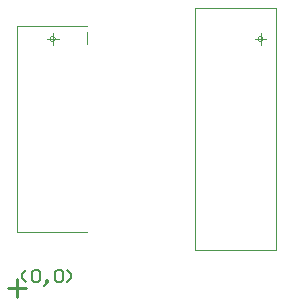
<source format=gbr>
%TF.GenerationSoftware,Altium Limited,Altium Designer,25.5.2 (35)*%
G04 Layer_Color=32768*
%FSLAX45Y45*%
%MOMM*%
%TF.SameCoordinates,263EE719-961F-4448-A72E-CF07F5483F46*%
%TF.FilePolarity,Positive*%
%TF.FileFunction,Other,Assembly_Notes*%
%TF.Part,Single*%
G01*
G75*
%TA.AperFunction,NonConductor*%
%ADD19C,0.20000*%
%ADD26C,0.10000*%
%ADD27C,0.25400*%
D19*
X73322Y53322D02*
X40000Y86645D01*
Y119968D01*
X73322Y153290D01*
X123306Y136629D02*
X139968Y153290D01*
X173290D01*
X189951Y136629D01*
Y69984D01*
X173290Y53322D01*
X139968D01*
X123306Y69984D01*
Y136629D01*
X239936Y36661D02*
X256597Y53322D01*
Y69984D01*
X239936D01*
Y53322D01*
X256597D01*
X239936Y36661D01*
X223274Y20000D01*
X323242Y136629D02*
X339903Y153290D01*
X373226D01*
X389887Y136629D01*
Y69984D01*
X373226Y53322D01*
X339903D01*
X323242Y69984D01*
Y136629D01*
X423210Y53322D02*
X456532Y86645D01*
Y119968D01*
X423210Y153290D01*
D26*
X2082361Y2110000D02*
G03*
X2082361Y2110000I-22361J0D01*
G01*
X322361D02*
G03*
X322361Y2110000I-22361J0D01*
G01*
X1895000Y2374079D02*
X1950000D01*
X2190000D01*
X1890921D02*
X1895000D01*
X2010000Y2110000D02*
X2110000D01*
X2060000Y2060000D02*
Y2160000D01*
X2190000Y1320000D02*
Y2374079D01*
X1505000Y325000D02*
Y2374079D01*
Y325000D02*
X2190000D01*
X1505000Y2374079D02*
X1890921D01*
X2190000Y325000D02*
Y1320000D01*
X250000Y2110000D02*
X350000D01*
X300000Y2060000D02*
Y2160000D01*
X-3000Y2220000D02*
X592000D01*
X-3000Y480000D02*
X592000D01*
X590000Y2065000D02*
Y2165000D01*
X-3000Y480000D02*
Y2220000D01*
D27*
X0Y-76200D02*
Y76200D01*
X-76200Y0D02*
X76200D01*
%TF.MD5,3b51bf6e10fcbeecdd8a8debd4520383*%
M02*

</source>
